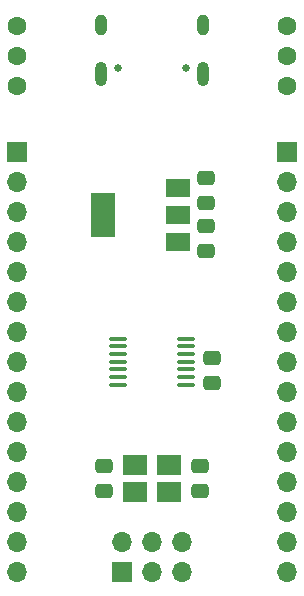
<source format=gbr>
%TF.GenerationSoftware,KiCad,Pcbnew,7.0.10*%
%TF.CreationDate,2024-02-12T16:57:49+10:00*%
%TF.ProjectId,devboard,64657662-6f61-4726-942e-6b696361645f,rev?*%
%TF.SameCoordinates,Original*%
%TF.FileFunction,Soldermask,Bot*%
%TF.FilePolarity,Negative*%
%FSLAX46Y46*%
G04 Gerber Fmt 4.6, Leading zero omitted, Abs format (unit mm)*
G04 Created by KiCad (PCBNEW 7.0.10) date 2024-02-12 16:57:49*
%MOMM*%
%LPD*%
G01*
G04 APERTURE LIST*
G04 Aperture macros list*
%AMRoundRect*
0 Rectangle with rounded corners*
0 $1 Rounding radius*
0 $2 $3 $4 $5 $6 $7 $8 $9 X,Y pos of 4 corners*
0 Add a 4 corners polygon primitive as box body*
4,1,4,$2,$3,$4,$5,$6,$7,$8,$9,$2,$3,0*
0 Add four circle primitives for the rounded corners*
1,1,$1+$1,$2,$3*
1,1,$1+$1,$4,$5*
1,1,$1+$1,$6,$7*
1,1,$1+$1,$8,$9*
0 Add four rect primitives between the rounded corners*
20,1,$1+$1,$2,$3,$4,$5,0*
20,1,$1+$1,$4,$5,$6,$7,0*
20,1,$1+$1,$6,$7,$8,$9,0*
20,1,$1+$1,$8,$9,$2,$3,0*%
G04 Aperture macros list end*
%ADD10R,1.700000X1.700000*%
%ADD11O,1.700000X1.700000*%
%ADD12C,1.600000*%
%ADD13C,0.650000*%
%ADD14O,1.000000X2.100000*%
%ADD15O,1.000000X1.800000*%
%ADD16RoundRect,0.100000X-0.637500X-0.100000X0.637500X-0.100000X0.637500X0.100000X-0.637500X0.100000X0*%
%ADD17R,2.100000X1.800000*%
%ADD18R,2.000000X1.500000*%
%ADD19R,2.000000X3.800000*%
%ADD20RoundRect,0.250000X-0.475000X0.337500X-0.475000X-0.337500X0.475000X-0.337500X0.475000X0.337500X0*%
%ADD21RoundRect,0.250000X0.475000X-0.337500X0.475000X0.337500X-0.475000X0.337500X-0.475000X-0.337500X0*%
G04 APERTURE END LIST*
D10*
%TO.C,J4*%
X175260000Y-91445000D03*
D11*
X175260000Y-93985000D03*
X175260000Y-96525000D03*
X175260000Y-99065000D03*
X175260000Y-101605000D03*
X175260000Y-104145000D03*
X175260000Y-106685000D03*
X175260000Y-109225000D03*
X175260000Y-111765000D03*
X175260000Y-114305000D03*
X175260000Y-116845000D03*
X175260000Y-119385000D03*
X175260000Y-121925000D03*
X175260000Y-124465000D03*
X175260000Y-127005000D03*
%TD*%
D10*
%TO.C,J2*%
X161305000Y-127005000D03*
D11*
X161305000Y-124465000D03*
X163845000Y-127005000D03*
X163845000Y-124465000D03*
X166385000Y-127005000D03*
X166385000Y-124465000D03*
%TD*%
D12*
%TO.C,SW3*%
X152400000Y-85852000D03*
X152400000Y-83312000D03*
X152400000Y-80772000D03*
%TD*%
%TO.C,SW2*%
X175260000Y-85852000D03*
X175260000Y-83312000D03*
X175260000Y-80772000D03*
%TD*%
D10*
%TO.C,J3*%
X152400000Y-91445000D03*
D11*
X152400000Y-93985000D03*
X152400000Y-96525000D03*
X152400000Y-99065000D03*
X152400000Y-101605000D03*
X152400000Y-104145000D03*
X152400000Y-106685000D03*
X152400000Y-109225000D03*
X152400000Y-111765000D03*
X152400000Y-114305000D03*
X152400000Y-116845000D03*
X152400000Y-119385000D03*
X152400000Y-121925000D03*
X152400000Y-124465000D03*
X152400000Y-127005000D03*
%TD*%
D13*
%TO.C,J1*%
X166720000Y-84393000D03*
X160940000Y-84393000D03*
D14*
X168150000Y-84893000D03*
D15*
X168150000Y-80713000D03*
D14*
X159510000Y-84893000D03*
D15*
X159510000Y-80713000D03*
%TD*%
D16*
%TO.C,U2*%
X160967500Y-111170000D03*
X160967500Y-110520000D03*
X160967500Y-109870000D03*
X160967500Y-109220000D03*
X160967500Y-108570000D03*
X160967500Y-107920000D03*
X160967500Y-107270000D03*
X166692500Y-107270000D03*
X166692500Y-107920000D03*
X166692500Y-108570000D03*
X166692500Y-109220000D03*
X166692500Y-109870000D03*
X166692500Y-110520000D03*
X166692500Y-111170000D03*
%TD*%
D17*
%TO.C,Y1*%
X165280000Y-120276000D03*
X162380000Y-120276000D03*
X162380000Y-117976000D03*
X165280000Y-117976000D03*
%TD*%
D18*
%TO.C,U3*%
X165964000Y-94474000D03*
X165964000Y-96774000D03*
D19*
X159664000Y-96774000D03*
D18*
X165964000Y-99074000D03*
%TD*%
D20*
%TO.C,C2*%
X167894000Y-118088500D03*
X167894000Y-120163500D03*
%TD*%
%TO.C,C3*%
X168402000Y-93704500D03*
X168402000Y-95779500D03*
%TD*%
%TO.C,C4*%
X168402000Y-97768500D03*
X168402000Y-99843500D03*
%TD*%
D21*
%TO.C,C1*%
X159766000Y-120163500D03*
X159766000Y-118088500D03*
%TD*%
%TO.C,C5*%
X168910000Y-111019500D03*
X168910000Y-108944500D03*
%TD*%
M02*

</source>
